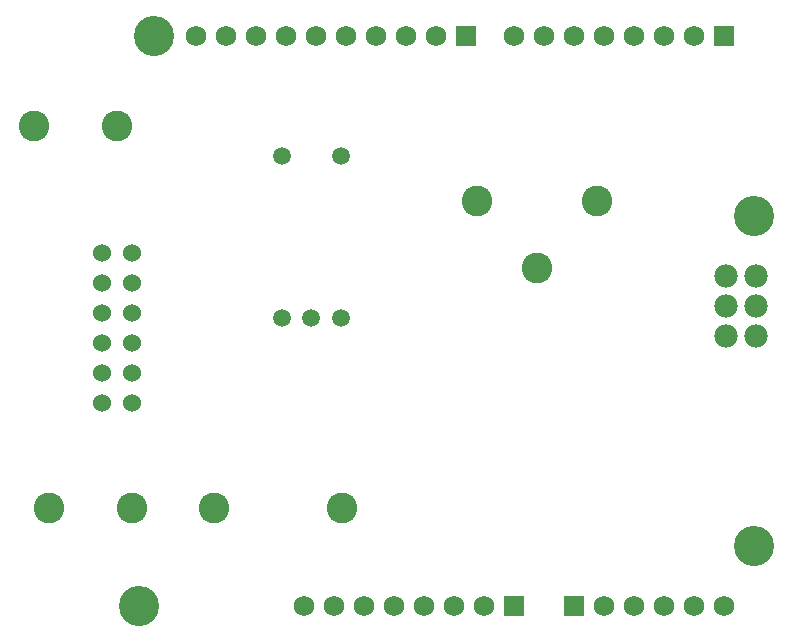
<source format=gbs>
G04*
G04 #@! TF.GenerationSoftware,Altium Limited,Altium Designer,22.5.1 (42)*
G04*
G04 Layer_Color=16711935*
%FSLAX44Y44*%
%MOMM*%
G71*
G04*
G04 #@! TF.SameCoordinates,BAD225BF-FD7B-4A52-9E08-1AD1A92B9E85*
G04*
G04*
G04 #@! TF.FilePolarity,Negative*
G04*
G01*
G75*
%ADD17C,2.6032*%
%ADD18C,1.5240*%
%ADD19C,1.4986*%
%ADD20C,1.9812*%
%ADD21R,1.7272X1.7272*%
%ADD22C,1.7272*%
%ADD23C,3.4032*%
D17*
X120650Y431800D02*
D03*
X425450Y368300D02*
D03*
X50800Y431800D02*
D03*
X311150Y107950D02*
D03*
X476250Y311150D02*
D03*
X527050Y368300D02*
D03*
X63500Y107950D02*
D03*
X203200D02*
D03*
X133350D02*
D03*
D18*
X107950Y323850D02*
D03*
Y298450D02*
D03*
Y273050D02*
D03*
Y247650D02*
D03*
Y222250D02*
D03*
Y196850D02*
D03*
X133350Y323850D02*
D03*
Y298450D02*
D03*
Y273050D02*
D03*
Y247650D02*
D03*
Y222250D02*
D03*
Y196850D02*
D03*
D19*
X260350Y406400D02*
D03*
X310350D02*
D03*
X260350Y268900D02*
D03*
X285350D02*
D03*
X310350D02*
D03*
D20*
X636400Y304300D02*
D03*
X661800D02*
D03*
X636400Y278900D02*
D03*
X661800D02*
D03*
X636400Y253500D02*
D03*
X661800D02*
D03*
D21*
X457200Y25400D02*
D03*
X635000Y508000D02*
D03*
X416560D02*
D03*
X508000Y25400D02*
D03*
D22*
X381000D02*
D03*
X355600D02*
D03*
X330200D02*
D03*
X304800D02*
D03*
X279400D02*
D03*
X431800D02*
D03*
X406400D02*
D03*
X558800Y508000D02*
D03*
X533400D02*
D03*
X508000D02*
D03*
X482600D02*
D03*
X457200D02*
D03*
X609600D02*
D03*
X584200D02*
D03*
X391160D02*
D03*
X365760D02*
D03*
X340360D02*
D03*
X314960D02*
D03*
X289560D02*
D03*
X264160D02*
D03*
X238760D02*
D03*
X213360D02*
D03*
X187960D02*
D03*
X533400Y25400D02*
D03*
X558800D02*
D03*
X584200D02*
D03*
X609600D02*
D03*
X635000D02*
D03*
D23*
X660400Y76200D02*
D03*
Y355600D02*
D03*
X152400Y508000D02*
D03*
X139700Y25400D02*
D03*
M02*

</source>
